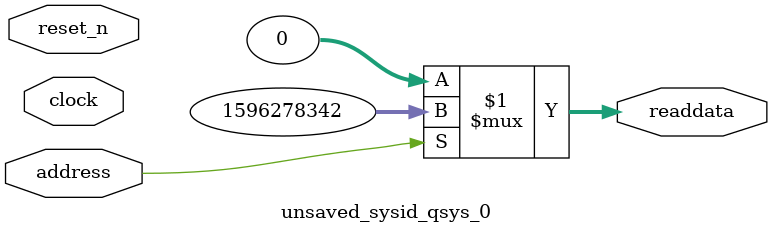
<source format=v>



// synthesis translate_off
`timescale 1ns / 1ps
// synthesis translate_on

// turn off superfluous verilog processor warnings 
// altera message_level Level1 
// altera message_off 10034 10035 10036 10037 10230 10240 10030 

module unsaved_sysid_qsys_0 (
               // inputs:
                address,
                clock,
                reset_n,

               // outputs:
                readdata
             )
;

  output  [ 31: 0] readdata;
  input            address;
  input            clock;
  input            reset_n;

  wire    [ 31: 0] readdata;
  //control_slave, which is an e_avalon_slave
  assign readdata = address ? 1596278342 : 0;

endmodule



</source>
